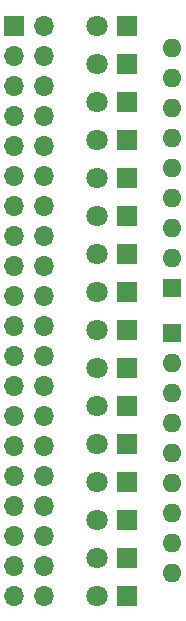
<source format=gbr>
%TF.GenerationSoftware,KiCad,Pcbnew,7.0.7*%
%TF.CreationDate,2023-09-16T00:15:51-05:00*%
%TF.ProjectId,pio-port-blinkenlights,70696f2d-706f-4727-942d-626c696e6b65,rev?*%
%TF.SameCoordinates,Original*%
%TF.FileFunction,Soldermask,Bot*%
%TF.FilePolarity,Negative*%
%FSLAX46Y46*%
G04 Gerber Fmt 4.6, Leading zero omitted, Abs format (unit mm)*
G04 Created by KiCad (PCBNEW 7.0.7) date 2023-09-16 00:15:51*
%MOMM*%
%LPD*%
G01*
G04 APERTURE LIST*
%ADD10R,1.800000X1.800000*%
%ADD11C,1.800000*%
%ADD12R,1.600000X1.600000*%
%ADD13O,1.600000X1.600000*%
%ADD14R,1.700000X1.700000*%
%ADD15O,1.700000X1.700000*%
G04 APERTURE END LIST*
D10*
%TO.C,A3*%
X106050000Y-71881999D03*
D11*
X103510000Y-71881999D03*
%TD*%
D10*
%TO.C,B6*%
X106045000Y-107272662D03*
D11*
X103505000Y-107272662D03*
%TD*%
D10*
%TO.C,A4*%
X106045000Y-75099332D03*
D11*
X103505000Y-75099332D03*
%TD*%
D10*
%TO.C,A6*%
X106045000Y-81533998D03*
D11*
X103505000Y-81533998D03*
%TD*%
D10*
%TO.C,B3*%
X106045000Y-97620663D03*
D11*
X103505000Y-97620663D03*
%TD*%
D10*
%TO.C,A5*%
X106050000Y-78316665D03*
D11*
X103510000Y-78316665D03*
%TD*%
D10*
%TO.C,A1*%
X106045000Y-65447333D03*
D11*
X103505000Y-65447333D03*
%TD*%
D10*
%TO.C,B7*%
X106045000Y-110490000D03*
D11*
X103505000Y-110490000D03*
%TD*%
D12*
%TO.C,RN2*%
X109855000Y-88265000D03*
D13*
X109855000Y-90805000D03*
X109855000Y-93345000D03*
X109855000Y-95885000D03*
X109855000Y-98425000D03*
X109855000Y-100965000D03*
X109855000Y-103505000D03*
X109855000Y-106045000D03*
X109855000Y-108585000D03*
%TD*%
D10*
%TO.C,B1*%
X106050000Y-91185997D03*
D11*
X103510000Y-91185997D03*
%TD*%
D10*
%TO.C,B4*%
X106050000Y-100837996D03*
D11*
X103510000Y-100837996D03*
%TD*%
D10*
%TO.C,A0*%
X106045000Y-62230000D03*
D11*
X103505000Y-62230000D03*
%TD*%
D12*
%TO.C,RN1*%
X109855000Y-84455000D03*
D13*
X109855000Y-81915000D03*
X109855000Y-79375000D03*
X109855000Y-76835000D03*
X109855000Y-74295000D03*
X109855000Y-71755000D03*
X109855000Y-69215000D03*
X109855000Y-66675000D03*
X109855000Y-64135000D03*
%TD*%
D10*
%TO.C,A7*%
X106045000Y-84751331D03*
D11*
X103505000Y-84751331D03*
%TD*%
D10*
%TO.C,B5*%
X106045000Y-104055329D03*
D11*
X103505000Y-104055329D03*
%TD*%
D10*
%TO.C,B0*%
X106045000Y-87968664D03*
D11*
X103505000Y-87968664D03*
%TD*%
D10*
%TO.C,B2*%
X106045000Y-94403330D03*
D11*
X103505000Y-94403330D03*
%TD*%
D10*
%TO.C,A2*%
X106045000Y-68664666D03*
D11*
X103505000Y-68664666D03*
%TD*%
D14*
%TO.C,J5*%
X96520000Y-62230000D03*
D15*
X99060000Y-62230000D03*
X96520000Y-64770000D03*
X99060000Y-64770000D03*
X96520000Y-67310000D03*
X99060000Y-67310000D03*
X96520000Y-69850000D03*
X99060000Y-69850000D03*
X96520000Y-72390000D03*
X99060000Y-72390000D03*
X96520000Y-74930000D03*
X99060000Y-74930000D03*
X96520000Y-77470000D03*
X99060000Y-77470000D03*
X96520000Y-80010000D03*
X99060000Y-80010000D03*
X96520000Y-82550000D03*
X99060000Y-82550000D03*
X96520000Y-85090000D03*
X99060000Y-85090000D03*
X96520000Y-87630000D03*
X99060000Y-87630000D03*
X96520000Y-90170000D03*
X99060000Y-90170000D03*
X96520000Y-92710000D03*
X99060000Y-92710000D03*
X96520000Y-95250000D03*
X99060000Y-95250000D03*
X96520000Y-97790000D03*
X99060000Y-97790000D03*
X96520000Y-100330000D03*
X99060000Y-100330000D03*
X96520000Y-102870000D03*
X99060000Y-102870000D03*
X96520000Y-105410000D03*
X99060000Y-105410000D03*
X96520000Y-107950000D03*
X99060000Y-107950000D03*
X96520000Y-110490000D03*
X99060000Y-110490000D03*
%TD*%
M02*

</source>
